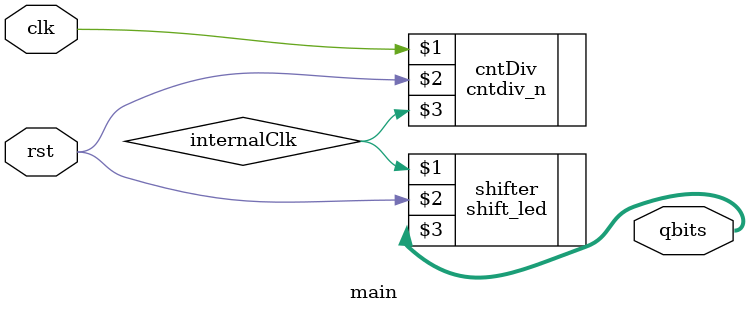
<source format=sv>
module main #(SHIFT_BITS = 10, CNTDIV_BITS = 25) (clk, rst, qbits);

	// inputs and outputs
	input logic clk, rst;
	output logic [SHIFT_BITS - 1: 0] qbits;
 
	// internal signals
	reg internalClk;
	
	// internal clock divider module
	cntdiv_n #(CNTDIV_BITS) cntDiv (clk, rst, internalClk);
	
	// internal shift register module
	shift_led #(SHIFT_BITS) shifter (internalClk, rst, qbits);
endmodule

</source>
